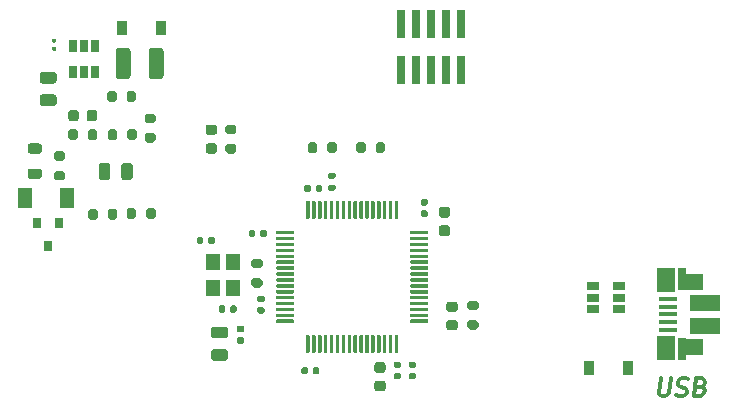
<source format=gbr>
%TF.GenerationSoftware,KiCad,Pcbnew,(5.1.9)-1*%
%TF.CreationDate,2021-03-02T22:26:18+05:30*%
%TF.ProjectId,STM32F4,53544d33-3246-4342-9e6b-696361645f70,rev?*%
%TF.SameCoordinates,Original*%
%TF.FileFunction,Paste,Top*%
%TF.FilePolarity,Positive*%
%FSLAX46Y46*%
G04 Gerber Fmt 4.6, Leading zero omitted, Abs format (unit mm)*
G04 Created by KiCad (PCBNEW (5.1.9)-1) date 2021-03-02 22:26:18*
%MOMM*%
%LPD*%
G01*
G04 APERTURE LIST*
%ADD10C,0.300000*%
%ADD11R,0.740000X2.400000*%
%ADD12R,0.800000X0.900000*%
%ADD13R,0.650000X1.060000*%
%ADD14R,1.060000X0.650000*%
%ADD15R,1.200000X1.400000*%
%ADD16R,2.000000X1.350000*%
%ADD17R,0.700000X1.825000*%
%ADD18R,1.500000X2.000000*%
%ADD19R,1.650000X0.400000*%
%ADD20R,2.500000X1.430000*%
%ADD21R,0.900000X1.200000*%
%ADD22R,1.300000X1.700000*%
G04 APERTURE END LIST*
D10*
X89438571Y-59028571D02*
X89286785Y-60242857D01*
X89340357Y-60385714D01*
X89402857Y-60457142D01*
X89536785Y-60528571D01*
X89822500Y-60528571D01*
X89974285Y-60457142D01*
X90054642Y-60385714D01*
X90143928Y-60242857D01*
X90295714Y-59028571D01*
X90760000Y-60457142D02*
X90965357Y-60528571D01*
X91322500Y-60528571D01*
X91474285Y-60457142D01*
X91554642Y-60385714D01*
X91643928Y-60242857D01*
X91661785Y-60100000D01*
X91608214Y-59957142D01*
X91545714Y-59885714D01*
X91411785Y-59814285D01*
X91135000Y-59742857D01*
X91001071Y-59671428D01*
X90938571Y-59600000D01*
X90885000Y-59457142D01*
X90902857Y-59314285D01*
X90992142Y-59171428D01*
X91072500Y-59100000D01*
X91224285Y-59028571D01*
X91581428Y-59028571D01*
X91786785Y-59100000D01*
X92849285Y-59742857D02*
X93054642Y-59814285D01*
X93117142Y-59885714D01*
X93170714Y-60028571D01*
X93143928Y-60242857D01*
X93054642Y-60385714D01*
X92974285Y-60457142D01*
X92822500Y-60528571D01*
X92251071Y-60528571D01*
X92438571Y-59028571D01*
X92938571Y-59028571D01*
X93072500Y-59100000D01*
X93135000Y-59171428D01*
X93188571Y-59314285D01*
X93170714Y-59457142D01*
X93081428Y-59600000D01*
X93001071Y-59671428D01*
X92849285Y-59742857D01*
X92349285Y-59742857D01*
%TO.C,U3*%
G36*
G01*
X59436500Y-45481500D02*
X59436500Y-44081500D01*
G75*
G02*
X59511500Y-44006500I75000J0D01*
G01*
X59661500Y-44006500D01*
G75*
G02*
X59736500Y-44081500I0J-75000D01*
G01*
X59736500Y-45481500D01*
G75*
G02*
X59661500Y-45556500I-75000J0D01*
G01*
X59511500Y-45556500D01*
G75*
G02*
X59436500Y-45481500I0J75000D01*
G01*
G37*
G36*
G01*
X59936500Y-45481500D02*
X59936500Y-44081500D01*
G75*
G02*
X60011500Y-44006500I75000J0D01*
G01*
X60161500Y-44006500D01*
G75*
G02*
X60236500Y-44081500I0J-75000D01*
G01*
X60236500Y-45481500D01*
G75*
G02*
X60161500Y-45556500I-75000J0D01*
G01*
X60011500Y-45556500D01*
G75*
G02*
X59936500Y-45481500I0J75000D01*
G01*
G37*
G36*
G01*
X60436500Y-45481500D02*
X60436500Y-44081500D01*
G75*
G02*
X60511500Y-44006500I75000J0D01*
G01*
X60661500Y-44006500D01*
G75*
G02*
X60736500Y-44081500I0J-75000D01*
G01*
X60736500Y-45481500D01*
G75*
G02*
X60661500Y-45556500I-75000J0D01*
G01*
X60511500Y-45556500D01*
G75*
G02*
X60436500Y-45481500I0J75000D01*
G01*
G37*
G36*
G01*
X60936500Y-45481500D02*
X60936500Y-44081500D01*
G75*
G02*
X61011500Y-44006500I75000J0D01*
G01*
X61161500Y-44006500D01*
G75*
G02*
X61236500Y-44081500I0J-75000D01*
G01*
X61236500Y-45481500D01*
G75*
G02*
X61161500Y-45556500I-75000J0D01*
G01*
X61011500Y-45556500D01*
G75*
G02*
X60936500Y-45481500I0J75000D01*
G01*
G37*
G36*
G01*
X61436500Y-45481500D02*
X61436500Y-44081500D01*
G75*
G02*
X61511500Y-44006500I75000J0D01*
G01*
X61661500Y-44006500D01*
G75*
G02*
X61736500Y-44081500I0J-75000D01*
G01*
X61736500Y-45481500D01*
G75*
G02*
X61661500Y-45556500I-75000J0D01*
G01*
X61511500Y-45556500D01*
G75*
G02*
X61436500Y-45481500I0J75000D01*
G01*
G37*
G36*
G01*
X61936500Y-45481500D02*
X61936500Y-44081500D01*
G75*
G02*
X62011500Y-44006500I75000J0D01*
G01*
X62161500Y-44006500D01*
G75*
G02*
X62236500Y-44081500I0J-75000D01*
G01*
X62236500Y-45481500D01*
G75*
G02*
X62161500Y-45556500I-75000J0D01*
G01*
X62011500Y-45556500D01*
G75*
G02*
X61936500Y-45481500I0J75000D01*
G01*
G37*
G36*
G01*
X62436500Y-45481500D02*
X62436500Y-44081500D01*
G75*
G02*
X62511500Y-44006500I75000J0D01*
G01*
X62661500Y-44006500D01*
G75*
G02*
X62736500Y-44081500I0J-75000D01*
G01*
X62736500Y-45481500D01*
G75*
G02*
X62661500Y-45556500I-75000J0D01*
G01*
X62511500Y-45556500D01*
G75*
G02*
X62436500Y-45481500I0J75000D01*
G01*
G37*
G36*
G01*
X62936500Y-45481500D02*
X62936500Y-44081500D01*
G75*
G02*
X63011500Y-44006500I75000J0D01*
G01*
X63161500Y-44006500D01*
G75*
G02*
X63236500Y-44081500I0J-75000D01*
G01*
X63236500Y-45481500D01*
G75*
G02*
X63161500Y-45556500I-75000J0D01*
G01*
X63011500Y-45556500D01*
G75*
G02*
X62936500Y-45481500I0J75000D01*
G01*
G37*
G36*
G01*
X63436500Y-45481500D02*
X63436500Y-44081500D01*
G75*
G02*
X63511500Y-44006500I75000J0D01*
G01*
X63661500Y-44006500D01*
G75*
G02*
X63736500Y-44081500I0J-75000D01*
G01*
X63736500Y-45481500D01*
G75*
G02*
X63661500Y-45556500I-75000J0D01*
G01*
X63511500Y-45556500D01*
G75*
G02*
X63436500Y-45481500I0J75000D01*
G01*
G37*
G36*
G01*
X63936500Y-45481500D02*
X63936500Y-44081500D01*
G75*
G02*
X64011500Y-44006500I75000J0D01*
G01*
X64161500Y-44006500D01*
G75*
G02*
X64236500Y-44081500I0J-75000D01*
G01*
X64236500Y-45481500D01*
G75*
G02*
X64161500Y-45556500I-75000J0D01*
G01*
X64011500Y-45556500D01*
G75*
G02*
X63936500Y-45481500I0J75000D01*
G01*
G37*
G36*
G01*
X64436500Y-45481500D02*
X64436500Y-44081500D01*
G75*
G02*
X64511500Y-44006500I75000J0D01*
G01*
X64661500Y-44006500D01*
G75*
G02*
X64736500Y-44081500I0J-75000D01*
G01*
X64736500Y-45481500D01*
G75*
G02*
X64661500Y-45556500I-75000J0D01*
G01*
X64511500Y-45556500D01*
G75*
G02*
X64436500Y-45481500I0J75000D01*
G01*
G37*
G36*
G01*
X64936500Y-45481500D02*
X64936500Y-44081500D01*
G75*
G02*
X65011500Y-44006500I75000J0D01*
G01*
X65161500Y-44006500D01*
G75*
G02*
X65236500Y-44081500I0J-75000D01*
G01*
X65236500Y-45481500D01*
G75*
G02*
X65161500Y-45556500I-75000J0D01*
G01*
X65011500Y-45556500D01*
G75*
G02*
X64936500Y-45481500I0J75000D01*
G01*
G37*
G36*
G01*
X65436500Y-45481500D02*
X65436500Y-44081500D01*
G75*
G02*
X65511500Y-44006500I75000J0D01*
G01*
X65661500Y-44006500D01*
G75*
G02*
X65736500Y-44081500I0J-75000D01*
G01*
X65736500Y-45481500D01*
G75*
G02*
X65661500Y-45556500I-75000J0D01*
G01*
X65511500Y-45556500D01*
G75*
G02*
X65436500Y-45481500I0J75000D01*
G01*
G37*
G36*
G01*
X65936500Y-45481500D02*
X65936500Y-44081500D01*
G75*
G02*
X66011500Y-44006500I75000J0D01*
G01*
X66161500Y-44006500D01*
G75*
G02*
X66236500Y-44081500I0J-75000D01*
G01*
X66236500Y-45481500D01*
G75*
G02*
X66161500Y-45556500I-75000J0D01*
G01*
X66011500Y-45556500D01*
G75*
G02*
X65936500Y-45481500I0J75000D01*
G01*
G37*
G36*
G01*
X66436500Y-45481500D02*
X66436500Y-44081500D01*
G75*
G02*
X66511500Y-44006500I75000J0D01*
G01*
X66661500Y-44006500D01*
G75*
G02*
X66736500Y-44081500I0J-75000D01*
G01*
X66736500Y-45481500D01*
G75*
G02*
X66661500Y-45556500I-75000J0D01*
G01*
X66511500Y-45556500D01*
G75*
G02*
X66436500Y-45481500I0J75000D01*
G01*
G37*
G36*
G01*
X66936500Y-45481500D02*
X66936500Y-44081500D01*
G75*
G02*
X67011500Y-44006500I75000J0D01*
G01*
X67161500Y-44006500D01*
G75*
G02*
X67236500Y-44081500I0J-75000D01*
G01*
X67236500Y-45481500D01*
G75*
G02*
X67161500Y-45556500I-75000J0D01*
G01*
X67011500Y-45556500D01*
G75*
G02*
X66936500Y-45481500I0J75000D01*
G01*
G37*
G36*
G01*
X68236500Y-46781500D02*
X68236500Y-46631500D01*
G75*
G02*
X68311500Y-46556500I75000J0D01*
G01*
X69711500Y-46556500D01*
G75*
G02*
X69786500Y-46631500I0J-75000D01*
G01*
X69786500Y-46781500D01*
G75*
G02*
X69711500Y-46856500I-75000J0D01*
G01*
X68311500Y-46856500D01*
G75*
G02*
X68236500Y-46781500I0J75000D01*
G01*
G37*
G36*
G01*
X68236500Y-47281500D02*
X68236500Y-47131500D01*
G75*
G02*
X68311500Y-47056500I75000J0D01*
G01*
X69711500Y-47056500D01*
G75*
G02*
X69786500Y-47131500I0J-75000D01*
G01*
X69786500Y-47281500D01*
G75*
G02*
X69711500Y-47356500I-75000J0D01*
G01*
X68311500Y-47356500D01*
G75*
G02*
X68236500Y-47281500I0J75000D01*
G01*
G37*
G36*
G01*
X68236500Y-47781500D02*
X68236500Y-47631500D01*
G75*
G02*
X68311500Y-47556500I75000J0D01*
G01*
X69711500Y-47556500D01*
G75*
G02*
X69786500Y-47631500I0J-75000D01*
G01*
X69786500Y-47781500D01*
G75*
G02*
X69711500Y-47856500I-75000J0D01*
G01*
X68311500Y-47856500D01*
G75*
G02*
X68236500Y-47781500I0J75000D01*
G01*
G37*
G36*
G01*
X68236500Y-48281500D02*
X68236500Y-48131500D01*
G75*
G02*
X68311500Y-48056500I75000J0D01*
G01*
X69711500Y-48056500D01*
G75*
G02*
X69786500Y-48131500I0J-75000D01*
G01*
X69786500Y-48281500D01*
G75*
G02*
X69711500Y-48356500I-75000J0D01*
G01*
X68311500Y-48356500D01*
G75*
G02*
X68236500Y-48281500I0J75000D01*
G01*
G37*
G36*
G01*
X68236500Y-48781500D02*
X68236500Y-48631500D01*
G75*
G02*
X68311500Y-48556500I75000J0D01*
G01*
X69711500Y-48556500D01*
G75*
G02*
X69786500Y-48631500I0J-75000D01*
G01*
X69786500Y-48781500D01*
G75*
G02*
X69711500Y-48856500I-75000J0D01*
G01*
X68311500Y-48856500D01*
G75*
G02*
X68236500Y-48781500I0J75000D01*
G01*
G37*
G36*
G01*
X68236500Y-49281500D02*
X68236500Y-49131500D01*
G75*
G02*
X68311500Y-49056500I75000J0D01*
G01*
X69711500Y-49056500D01*
G75*
G02*
X69786500Y-49131500I0J-75000D01*
G01*
X69786500Y-49281500D01*
G75*
G02*
X69711500Y-49356500I-75000J0D01*
G01*
X68311500Y-49356500D01*
G75*
G02*
X68236500Y-49281500I0J75000D01*
G01*
G37*
G36*
G01*
X68236500Y-49781500D02*
X68236500Y-49631500D01*
G75*
G02*
X68311500Y-49556500I75000J0D01*
G01*
X69711500Y-49556500D01*
G75*
G02*
X69786500Y-49631500I0J-75000D01*
G01*
X69786500Y-49781500D01*
G75*
G02*
X69711500Y-49856500I-75000J0D01*
G01*
X68311500Y-49856500D01*
G75*
G02*
X68236500Y-49781500I0J75000D01*
G01*
G37*
G36*
G01*
X68236500Y-50281500D02*
X68236500Y-50131500D01*
G75*
G02*
X68311500Y-50056500I75000J0D01*
G01*
X69711500Y-50056500D01*
G75*
G02*
X69786500Y-50131500I0J-75000D01*
G01*
X69786500Y-50281500D01*
G75*
G02*
X69711500Y-50356500I-75000J0D01*
G01*
X68311500Y-50356500D01*
G75*
G02*
X68236500Y-50281500I0J75000D01*
G01*
G37*
G36*
G01*
X68236500Y-50781500D02*
X68236500Y-50631500D01*
G75*
G02*
X68311500Y-50556500I75000J0D01*
G01*
X69711500Y-50556500D01*
G75*
G02*
X69786500Y-50631500I0J-75000D01*
G01*
X69786500Y-50781500D01*
G75*
G02*
X69711500Y-50856500I-75000J0D01*
G01*
X68311500Y-50856500D01*
G75*
G02*
X68236500Y-50781500I0J75000D01*
G01*
G37*
G36*
G01*
X68236500Y-51281500D02*
X68236500Y-51131500D01*
G75*
G02*
X68311500Y-51056500I75000J0D01*
G01*
X69711500Y-51056500D01*
G75*
G02*
X69786500Y-51131500I0J-75000D01*
G01*
X69786500Y-51281500D01*
G75*
G02*
X69711500Y-51356500I-75000J0D01*
G01*
X68311500Y-51356500D01*
G75*
G02*
X68236500Y-51281500I0J75000D01*
G01*
G37*
G36*
G01*
X68236500Y-51781500D02*
X68236500Y-51631500D01*
G75*
G02*
X68311500Y-51556500I75000J0D01*
G01*
X69711500Y-51556500D01*
G75*
G02*
X69786500Y-51631500I0J-75000D01*
G01*
X69786500Y-51781500D01*
G75*
G02*
X69711500Y-51856500I-75000J0D01*
G01*
X68311500Y-51856500D01*
G75*
G02*
X68236500Y-51781500I0J75000D01*
G01*
G37*
G36*
G01*
X68236500Y-52281500D02*
X68236500Y-52131500D01*
G75*
G02*
X68311500Y-52056500I75000J0D01*
G01*
X69711500Y-52056500D01*
G75*
G02*
X69786500Y-52131500I0J-75000D01*
G01*
X69786500Y-52281500D01*
G75*
G02*
X69711500Y-52356500I-75000J0D01*
G01*
X68311500Y-52356500D01*
G75*
G02*
X68236500Y-52281500I0J75000D01*
G01*
G37*
G36*
G01*
X68236500Y-52781500D02*
X68236500Y-52631500D01*
G75*
G02*
X68311500Y-52556500I75000J0D01*
G01*
X69711500Y-52556500D01*
G75*
G02*
X69786500Y-52631500I0J-75000D01*
G01*
X69786500Y-52781500D01*
G75*
G02*
X69711500Y-52856500I-75000J0D01*
G01*
X68311500Y-52856500D01*
G75*
G02*
X68236500Y-52781500I0J75000D01*
G01*
G37*
G36*
G01*
X68236500Y-53281500D02*
X68236500Y-53131500D01*
G75*
G02*
X68311500Y-53056500I75000J0D01*
G01*
X69711500Y-53056500D01*
G75*
G02*
X69786500Y-53131500I0J-75000D01*
G01*
X69786500Y-53281500D01*
G75*
G02*
X69711500Y-53356500I-75000J0D01*
G01*
X68311500Y-53356500D01*
G75*
G02*
X68236500Y-53281500I0J75000D01*
G01*
G37*
G36*
G01*
X68236500Y-53781500D02*
X68236500Y-53631500D01*
G75*
G02*
X68311500Y-53556500I75000J0D01*
G01*
X69711500Y-53556500D01*
G75*
G02*
X69786500Y-53631500I0J-75000D01*
G01*
X69786500Y-53781500D01*
G75*
G02*
X69711500Y-53856500I-75000J0D01*
G01*
X68311500Y-53856500D01*
G75*
G02*
X68236500Y-53781500I0J75000D01*
G01*
G37*
G36*
G01*
X68236500Y-54281500D02*
X68236500Y-54131500D01*
G75*
G02*
X68311500Y-54056500I75000J0D01*
G01*
X69711500Y-54056500D01*
G75*
G02*
X69786500Y-54131500I0J-75000D01*
G01*
X69786500Y-54281500D01*
G75*
G02*
X69711500Y-54356500I-75000J0D01*
G01*
X68311500Y-54356500D01*
G75*
G02*
X68236500Y-54281500I0J75000D01*
G01*
G37*
G36*
G01*
X66936500Y-56831500D02*
X66936500Y-55431500D01*
G75*
G02*
X67011500Y-55356500I75000J0D01*
G01*
X67161500Y-55356500D01*
G75*
G02*
X67236500Y-55431500I0J-75000D01*
G01*
X67236500Y-56831500D01*
G75*
G02*
X67161500Y-56906500I-75000J0D01*
G01*
X67011500Y-56906500D01*
G75*
G02*
X66936500Y-56831500I0J75000D01*
G01*
G37*
G36*
G01*
X66436500Y-56831500D02*
X66436500Y-55431500D01*
G75*
G02*
X66511500Y-55356500I75000J0D01*
G01*
X66661500Y-55356500D01*
G75*
G02*
X66736500Y-55431500I0J-75000D01*
G01*
X66736500Y-56831500D01*
G75*
G02*
X66661500Y-56906500I-75000J0D01*
G01*
X66511500Y-56906500D01*
G75*
G02*
X66436500Y-56831500I0J75000D01*
G01*
G37*
G36*
G01*
X65936500Y-56831500D02*
X65936500Y-55431500D01*
G75*
G02*
X66011500Y-55356500I75000J0D01*
G01*
X66161500Y-55356500D01*
G75*
G02*
X66236500Y-55431500I0J-75000D01*
G01*
X66236500Y-56831500D01*
G75*
G02*
X66161500Y-56906500I-75000J0D01*
G01*
X66011500Y-56906500D01*
G75*
G02*
X65936500Y-56831500I0J75000D01*
G01*
G37*
G36*
G01*
X65436500Y-56831500D02*
X65436500Y-55431500D01*
G75*
G02*
X65511500Y-55356500I75000J0D01*
G01*
X65661500Y-55356500D01*
G75*
G02*
X65736500Y-55431500I0J-75000D01*
G01*
X65736500Y-56831500D01*
G75*
G02*
X65661500Y-56906500I-75000J0D01*
G01*
X65511500Y-56906500D01*
G75*
G02*
X65436500Y-56831500I0J75000D01*
G01*
G37*
G36*
G01*
X64936500Y-56831500D02*
X64936500Y-55431500D01*
G75*
G02*
X65011500Y-55356500I75000J0D01*
G01*
X65161500Y-55356500D01*
G75*
G02*
X65236500Y-55431500I0J-75000D01*
G01*
X65236500Y-56831500D01*
G75*
G02*
X65161500Y-56906500I-75000J0D01*
G01*
X65011500Y-56906500D01*
G75*
G02*
X64936500Y-56831500I0J75000D01*
G01*
G37*
G36*
G01*
X64436500Y-56831500D02*
X64436500Y-55431500D01*
G75*
G02*
X64511500Y-55356500I75000J0D01*
G01*
X64661500Y-55356500D01*
G75*
G02*
X64736500Y-55431500I0J-75000D01*
G01*
X64736500Y-56831500D01*
G75*
G02*
X64661500Y-56906500I-75000J0D01*
G01*
X64511500Y-56906500D01*
G75*
G02*
X64436500Y-56831500I0J75000D01*
G01*
G37*
G36*
G01*
X63936500Y-56831500D02*
X63936500Y-55431500D01*
G75*
G02*
X64011500Y-55356500I75000J0D01*
G01*
X64161500Y-55356500D01*
G75*
G02*
X64236500Y-55431500I0J-75000D01*
G01*
X64236500Y-56831500D01*
G75*
G02*
X64161500Y-56906500I-75000J0D01*
G01*
X64011500Y-56906500D01*
G75*
G02*
X63936500Y-56831500I0J75000D01*
G01*
G37*
G36*
G01*
X63436500Y-56831500D02*
X63436500Y-55431500D01*
G75*
G02*
X63511500Y-55356500I75000J0D01*
G01*
X63661500Y-55356500D01*
G75*
G02*
X63736500Y-55431500I0J-75000D01*
G01*
X63736500Y-56831500D01*
G75*
G02*
X63661500Y-56906500I-75000J0D01*
G01*
X63511500Y-56906500D01*
G75*
G02*
X63436500Y-56831500I0J75000D01*
G01*
G37*
G36*
G01*
X62936500Y-56831500D02*
X62936500Y-55431500D01*
G75*
G02*
X63011500Y-55356500I75000J0D01*
G01*
X63161500Y-55356500D01*
G75*
G02*
X63236500Y-55431500I0J-75000D01*
G01*
X63236500Y-56831500D01*
G75*
G02*
X63161500Y-56906500I-75000J0D01*
G01*
X63011500Y-56906500D01*
G75*
G02*
X62936500Y-56831500I0J75000D01*
G01*
G37*
G36*
G01*
X62436500Y-56831500D02*
X62436500Y-55431500D01*
G75*
G02*
X62511500Y-55356500I75000J0D01*
G01*
X62661500Y-55356500D01*
G75*
G02*
X62736500Y-55431500I0J-75000D01*
G01*
X62736500Y-56831500D01*
G75*
G02*
X62661500Y-56906500I-75000J0D01*
G01*
X62511500Y-56906500D01*
G75*
G02*
X62436500Y-56831500I0J75000D01*
G01*
G37*
G36*
G01*
X61936500Y-56831500D02*
X61936500Y-55431500D01*
G75*
G02*
X62011500Y-55356500I75000J0D01*
G01*
X62161500Y-55356500D01*
G75*
G02*
X62236500Y-55431500I0J-75000D01*
G01*
X62236500Y-56831500D01*
G75*
G02*
X62161500Y-56906500I-75000J0D01*
G01*
X62011500Y-56906500D01*
G75*
G02*
X61936500Y-56831500I0J75000D01*
G01*
G37*
G36*
G01*
X61436500Y-56831500D02*
X61436500Y-55431500D01*
G75*
G02*
X61511500Y-55356500I75000J0D01*
G01*
X61661500Y-55356500D01*
G75*
G02*
X61736500Y-55431500I0J-75000D01*
G01*
X61736500Y-56831500D01*
G75*
G02*
X61661500Y-56906500I-75000J0D01*
G01*
X61511500Y-56906500D01*
G75*
G02*
X61436500Y-56831500I0J75000D01*
G01*
G37*
G36*
G01*
X60936500Y-56831500D02*
X60936500Y-55431500D01*
G75*
G02*
X61011500Y-55356500I75000J0D01*
G01*
X61161500Y-55356500D01*
G75*
G02*
X61236500Y-55431500I0J-75000D01*
G01*
X61236500Y-56831500D01*
G75*
G02*
X61161500Y-56906500I-75000J0D01*
G01*
X61011500Y-56906500D01*
G75*
G02*
X60936500Y-56831500I0J75000D01*
G01*
G37*
G36*
G01*
X60436500Y-56831500D02*
X60436500Y-55431500D01*
G75*
G02*
X60511500Y-55356500I75000J0D01*
G01*
X60661500Y-55356500D01*
G75*
G02*
X60736500Y-55431500I0J-75000D01*
G01*
X60736500Y-56831500D01*
G75*
G02*
X60661500Y-56906500I-75000J0D01*
G01*
X60511500Y-56906500D01*
G75*
G02*
X60436500Y-56831500I0J75000D01*
G01*
G37*
G36*
G01*
X59936500Y-56831500D02*
X59936500Y-55431500D01*
G75*
G02*
X60011500Y-55356500I75000J0D01*
G01*
X60161500Y-55356500D01*
G75*
G02*
X60236500Y-55431500I0J-75000D01*
G01*
X60236500Y-56831500D01*
G75*
G02*
X60161500Y-56906500I-75000J0D01*
G01*
X60011500Y-56906500D01*
G75*
G02*
X59936500Y-56831500I0J75000D01*
G01*
G37*
G36*
G01*
X59436500Y-56831500D02*
X59436500Y-55431500D01*
G75*
G02*
X59511500Y-55356500I75000J0D01*
G01*
X59661500Y-55356500D01*
G75*
G02*
X59736500Y-55431500I0J-75000D01*
G01*
X59736500Y-56831500D01*
G75*
G02*
X59661500Y-56906500I-75000J0D01*
G01*
X59511500Y-56906500D01*
G75*
G02*
X59436500Y-56831500I0J75000D01*
G01*
G37*
G36*
G01*
X56886500Y-54281500D02*
X56886500Y-54131500D01*
G75*
G02*
X56961500Y-54056500I75000J0D01*
G01*
X58361500Y-54056500D01*
G75*
G02*
X58436500Y-54131500I0J-75000D01*
G01*
X58436500Y-54281500D01*
G75*
G02*
X58361500Y-54356500I-75000J0D01*
G01*
X56961500Y-54356500D01*
G75*
G02*
X56886500Y-54281500I0J75000D01*
G01*
G37*
G36*
G01*
X56886500Y-53781500D02*
X56886500Y-53631500D01*
G75*
G02*
X56961500Y-53556500I75000J0D01*
G01*
X58361500Y-53556500D01*
G75*
G02*
X58436500Y-53631500I0J-75000D01*
G01*
X58436500Y-53781500D01*
G75*
G02*
X58361500Y-53856500I-75000J0D01*
G01*
X56961500Y-53856500D01*
G75*
G02*
X56886500Y-53781500I0J75000D01*
G01*
G37*
G36*
G01*
X56886500Y-53281500D02*
X56886500Y-53131500D01*
G75*
G02*
X56961500Y-53056500I75000J0D01*
G01*
X58361500Y-53056500D01*
G75*
G02*
X58436500Y-53131500I0J-75000D01*
G01*
X58436500Y-53281500D01*
G75*
G02*
X58361500Y-53356500I-75000J0D01*
G01*
X56961500Y-53356500D01*
G75*
G02*
X56886500Y-53281500I0J75000D01*
G01*
G37*
G36*
G01*
X56886500Y-52781500D02*
X56886500Y-52631500D01*
G75*
G02*
X56961500Y-52556500I75000J0D01*
G01*
X58361500Y-52556500D01*
G75*
G02*
X58436500Y-52631500I0J-75000D01*
G01*
X58436500Y-52781500D01*
G75*
G02*
X58361500Y-52856500I-75000J0D01*
G01*
X56961500Y-52856500D01*
G75*
G02*
X56886500Y-52781500I0J75000D01*
G01*
G37*
G36*
G01*
X56886500Y-52281500D02*
X56886500Y-52131500D01*
G75*
G02*
X56961500Y-52056500I75000J0D01*
G01*
X58361500Y-52056500D01*
G75*
G02*
X58436500Y-52131500I0J-75000D01*
G01*
X58436500Y-52281500D01*
G75*
G02*
X58361500Y-52356500I-75000J0D01*
G01*
X56961500Y-52356500D01*
G75*
G02*
X56886500Y-52281500I0J75000D01*
G01*
G37*
G36*
G01*
X56886500Y-51781500D02*
X56886500Y-51631500D01*
G75*
G02*
X56961500Y-51556500I75000J0D01*
G01*
X58361500Y-51556500D01*
G75*
G02*
X58436500Y-51631500I0J-75000D01*
G01*
X58436500Y-51781500D01*
G75*
G02*
X58361500Y-51856500I-75000J0D01*
G01*
X56961500Y-51856500D01*
G75*
G02*
X56886500Y-51781500I0J75000D01*
G01*
G37*
G36*
G01*
X56886500Y-51281500D02*
X56886500Y-51131500D01*
G75*
G02*
X56961500Y-51056500I75000J0D01*
G01*
X58361500Y-51056500D01*
G75*
G02*
X58436500Y-51131500I0J-75000D01*
G01*
X58436500Y-51281500D01*
G75*
G02*
X58361500Y-51356500I-75000J0D01*
G01*
X56961500Y-51356500D01*
G75*
G02*
X56886500Y-51281500I0J75000D01*
G01*
G37*
G36*
G01*
X56886500Y-50781500D02*
X56886500Y-50631500D01*
G75*
G02*
X56961500Y-50556500I75000J0D01*
G01*
X58361500Y-50556500D01*
G75*
G02*
X58436500Y-50631500I0J-75000D01*
G01*
X58436500Y-50781500D01*
G75*
G02*
X58361500Y-50856500I-75000J0D01*
G01*
X56961500Y-50856500D01*
G75*
G02*
X56886500Y-50781500I0J75000D01*
G01*
G37*
G36*
G01*
X56886500Y-50281500D02*
X56886500Y-50131500D01*
G75*
G02*
X56961500Y-50056500I75000J0D01*
G01*
X58361500Y-50056500D01*
G75*
G02*
X58436500Y-50131500I0J-75000D01*
G01*
X58436500Y-50281500D01*
G75*
G02*
X58361500Y-50356500I-75000J0D01*
G01*
X56961500Y-50356500D01*
G75*
G02*
X56886500Y-50281500I0J75000D01*
G01*
G37*
G36*
G01*
X56886500Y-49781500D02*
X56886500Y-49631500D01*
G75*
G02*
X56961500Y-49556500I75000J0D01*
G01*
X58361500Y-49556500D01*
G75*
G02*
X58436500Y-49631500I0J-75000D01*
G01*
X58436500Y-49781500D01*
G75*
G02*
X58361500Y-49856500I-75000J0D01*
G01*
X56961500Y-49856500D01*
G75*
G02*
X56886500Y-49781500I0J75000D01*
G01*
G37*
G36*
G01*
X56886500Y-49281500D02*
X56886500Y-49131500D01*
G75*
G02*
X56961500Y-49056500I75000J0D01*
G01*
X58361500Y-49056500D01*
G75*
G02*
X58436500Y-49131500I0J-75000D01*
G01*
X58436500Y-49281500D01*
G75*
G02*
X58361500Y-49356500I-75000J0D01*
G01*
X56961500Y-49356500D01*
G75*
G02*
X56886500Y-49281500I0J75000D01*
G01*
G37*
G36*
G01*
X56886500Y-48781500D02*
X56886500Y-48631500D01*
G75*
G02*
X56961500Y-48556500I75000J0D01*
G01*
X58361500Y-48556500D01*
G75*
G02*
X58436500Y-48631500I0J-75000D01*
G01*
X58436500Y-48781500D01*
G75*
G02*
X58361500Y-48856500I-75000J0D01*
G01*
X56961500Y-48856500D01*
G75*
G02*
X56886500Y-48781500I0J75000D01*
G01*
G37*
G36*
G01*
X56886500Y-48281500D02*
X56886500Y-48131500D01*
G75*
G02*
X56961500Y-48056500I75000J0D01*
G01*
X58361500Y-48056500D01*
G75*
G02*
X58436500Y-48131500I0J-75000D01*
G01*
X58436500Y-48281500D01*
G75*
G02*
X58361500Y-48356500I-75000J0D01*
G01*
X56961500Y-48356500D01*
G75*
G02*
X56886500Y-48281500I0J75000D01*
G01*
G37*
G36*
G01*
X56886500Y-47781500D02*
X56886500Y-47631500D01*
G75*
G02*
X56961500Y-47556500I75000J0D01*
G01*
X58361500Y-47556500D01*
G75*
G02*
X58436500Y-47631500I0J-75000D01*
G01*
X58436500Y-47781500D01*
G75*
G02*
X58361500Y-47856500I-75000J0D01*
G01*
X56961500Y-47856500D01*
G75*
G02*
X56886500Y-47781500I0J75000D01*
G01*
G37*
G36*
G01*
X56886500Y-47281500D02*
X56886500Y-47131500D01*
G75*
G02*
X56961500Y-47056500I75000J0D01*
G01*
X58361500Y-47056500D01*
G75*
G02*
X58436500Y-47131500I0J-75000D01*
G01*
X58436500Y-47281500D01*
G75*
G02*
X58361500Y-47356500I-75000J0D01*
G01*
X56961500Y-47356500D01*
G75*
G02*
X56886500Y-47281500I0J75000D01*
G01*
G37*
G36*
G01*
X56886500Y-46781500D02*
X56886500Y-46631500D01*
G75*
G02*
X56961500Y-46556500I75000J0D01*
G01*
X58361500Y-46556500D01*
G75*
G02*
X58436500Y-46631500I0J-75000D01*
G01*
X58436500Y-46781500D01*
G75*
G02*
X58361500Y-46856500I-75000J0D01*
G01*
X56961500Y-46856500D01*
G75*
G02*
X56886500Y-46781500I0J75000D01*
G01*
G37*
%TD*%
%TO.C,C12*%
G36*
G01*
X55770000Y-52600000D02*
X55430000Y-52600000D01*
G75*
G02*
X55290000Y-52460000I0J140000D01*
G01*
X55290000Y-52180000D01*
G75*
G02*
X55430000Y-52040000I140000J0D01*
G01*
X55770000Y-52040000D01*
G75*
G02*
X55910000Y-52180000I0J-140000D01*
G01*
X55910000Y-52460000D01*
G75*
G02*
X55770000Y-52600000I-140000J0D01*
G01*
G37*
G36*
G01*
X55770000Y-53560000D02*
X55430000Y-53560000D01*
G75*
G02*
X55290000Y-53420000I0J140000D01*
G01*
X55290000Y-53140000D01*
G75*
G02*
X55430000Y-53000000I140000J0D01*
G01*
X55770000Y-53000000D01*
G75*
G02*
X55910000Y-53140000I0J-140000D01*
G01*
X55910000Y-53420000D01*
G75*
G02*
X55770000Y-53560000I-140000J0D01*
G01*
G37*
%TD*%
%TO.C,C2*%
G36*
G01*
X40188000Y-36550000D02*
X40188000Y-37050000D01*
G75*
G02*
X39963000Y-37275000I-225000J0D01*
G01*
X39513000Y-37275000D01*
G75*
G02*
X39288000Y-37050000I0J225000D01*
G01*
X39288000Y-36550000D01*
G75*
G02*
X39513000Y-36325000I225000J0D01*
G01*
X39963000Y-36325000D01*
G75*
G02*
X40188000Y-36550000I0J-225000D01*
G01*
G37*
G36*
G01*
X41738000Y-36550000D02*
X41738000Y-37050000D01*
G75*
G02*
X41513000Y-37275000I-225000J0D01*
G01*
X41063000Y-37275000D01*
G75*
G02*
X40838000Y-37050000I0J225000D01*
G01*
X40838000Y-36550000D01*
G75*
G02*
X41063000Y-36325000I225000J0D01*
G01*
X41513000Y-36325000D01*
G75*
G02*
X41738000Y-36550000I0J-225000D01*
G01*
G37*
%TD*%
%TO.C,R4*%
G36*
G01*
X44240000Y-35454000D02*
X44240000Y-34904000D01*
G75*
G02*
X44440000Y-34704000I200000J0D01*
G01*
X44840000Y-34704000D01*
G75*
G02*
X45040000Y-34904000I0J-200000D01*
G01*
X45040000Y-35454000D01*
G75*
G02*
X44840000Y-35654000I-200000J0D01*
G01*
X44440000Y-35654000D01*
G75*
G02*
X44240000Y-35454000I0J200000D01*
G01*
G37*
G36*
G01*
X42590000Y-35454000D02*
X42590000Y-34904000D01*
G75*
G02*
X42790000Y-34704000I200000J0D01*
G01*
X43190000Y-34704000D01*
G75*
G02*
X43390000Y-34904000I0J-200000D01*
G01*
X43390000Y-35454000D01*
G75*
G02*
X43190000Y-35654000I-200000J0D01*
G01*
X42790000Y-35654000D01*
G75*
G02*
X42590000Y-35454000I0J200000D01*
G01*
G37*
%TD*%
%TO.C,R3*%
G36*
G01*
X44304000Y-38692500D02*
X44304000Y-38142500D01*
G75*
G02*
X44504000Y-37942500I200000J0D01*
G01*
X44904000Y-37942500D01*
G75*
G02*
X45104000Y-38142500I0J-200000D01*
G01*
X45104000Y-38692500D01*
G75*
G02*
X44904000Y-38892500I-200000J0D01*
G01*
X44504000Y-38892500D01*
G75*
G02*
X44304000Y-38692500I0J200000D01*
G01*
G37*
G36*
G01*
X42654000Y-38692500D02*
X42654000Y-38142500D01*
G75*
G02*
X42854000Y-37942500I200000J0D01*
G01*
X43254000Y-37942500D01*
G75*
G02*
X43454000Y-38142500I0J-200000D01*
G01*
X43454000Y-38692500D01*
G75*
G02*
X43254000Y-38892500I-200000J0D01*
G01*
X42854000Y-38892500D01*
G75*
G02*
X42654000Y-38692500I0J200000D01*
G01*
G37*
%TD*%
%TO.C,R2*%
G36*
G01*
X41003000Y-45423500D02*
X41003000Y-44873500D01*
G75*
G02*
X41203000Y-44673500I200000J0D01*
G01*
X41603000Y-44673500D01*
G75*
G02*
X41803000Y-44873500I0J-200000D01*
G01*
X41803000Y-45423500D01*
G75*
G02*
X41603000Y-45623500I-200000J0D01*
G01*
X41203000Y-45623500D01*
G75*
G02*
X41003000Y-45423500I0J200000D01*
G01*
G37*
G36*
G01*
X42653000Y-45423500D02*
X42653000Y-44873500D01*
G75*
G02*
X42853000Y-44673500I200000J0D01*
G01*
X43253000Y-44673500D01*
G75*
G02*
X43453000Y-44873500I0J-200000D01*
G01*
X43453000Y-45423500D01*
G75*
G02*
X43253000Y-45623500I-200000J0D01*
G01*
X42853000Y-45623500D01*
G75*
G02*
X42653000Y-45423500I0J200000D01*
G01*
G37*
%TD*%
D11*
%TO.C,J3*%
X72540000Y-29050000D03*
X72540000Y-32950000D03*
X71270000Y-29050000D03*
X71270000Y-32950000D03*
X70000000Y-29050000D03*
X70000000Y-32950000D03*
X68730000Y-29050000D03*
X68730000Y-32950000D03*
X67460000Y-29050000D03*
X67460000Y-32950000D03*
%TD*%
D12*
%TO.C,Q1*%
X37592000Y-47863000D03*
X36642000Y-45863000D03*
X38542000Y-45863000D03*
%TD*%
%TO.C,R13*%
G36*
G01*
X60375000Y-39225000D02*
X60375000Y-39775000D01*
G75*
G02*
X60175000Y-39975000I-200000J0D01*
G01*
X59775000Y-39975000D01*
G75*
G02*
X59575000Y-39775000I0J200000D01*
G01*
X59575000Y-39225000D01*
G75*
G02*
X59775000Y-39025000I200000J0D01*
G01*
X60175000Y-39025000D01*
G75*
G02*
X60375000Y-39225000I0J-200000D01*
G01*
G37*
G36*
G01*
X62025000Y-39225000D02*
X62025000Y-39775000D01*
G75*
G02*
X61825000Y-39975000I-200000J0D01*
G01*
X61425000Y-39975000D01*
G75*
G02*
X61225000Y-39775000I0J200000D01*
G01*
X61225000Y-39225000D01*
G75*
G02*
X61425000Y-39025000I200000J0D01*
G01*
X61825000Y-39025000D01*
G75*
G02*
X62025000Y-39225000I0J-200000D01*
G01*
G37*
%TD*%
D13*
%TO.C,U1*%
X39690000Y-33104000D03*
X40640000Y-33104000D03*
X41590000Y-33104000D03*
X41590000Y-30904000D03*
X39690000Y-30904000D03*
X40640000Y-30904000D03*
%TD*%
%TO.C,R1*%
G36*
G01*
X40088000Y-38142500D02*
X40088000Y-38692500D01*
G75*
G02*
X39888000Y-38892500I-200000J0D01*
G01*
X39488000Y-38892500D01*
G75*
G02*
X39288000Y-38692500I0J200000D01*
G01*
X39288000Y-38142500D01*
G75*
G02*
X39488000Y-37942500I200000J0D01*
G01*
X39888000Y-37942500D01*
G75*
G02*
X40088000Y-38142500I0J-200000D01*
G01*
G37*
G36*
G01*
X41738000Y-38142500D02*
X41738000Y-38692500D01*
G75*
G02*
X41538000Y-38892500I-200000J0D01*
G01*
X41138000Y-38892500D01*
G75*
G02*
X40938000Y-38692500I0J200000D01*
G01*
X40938000Y-38142500D01*
G75*
G02*
X41138000Y-37942500I200000J0D01*
G01*
X41538000Y-37942500D01*
G75*
G02*
X41738000Y-38142500I0J-200000D01*
G01*
G37*
%TD*%
%TO.C,R11*%
G36*
G01*
X55547000Y-49714000D02*
X54997000Y-49714000D01*
G75*
G02*
X54797000Y-49514000I0J200000D01*
G01*
X54797000Y-49114000D01*
G75*
G02*
X54997000Y-48914000I200000J0D01*
G01*
X55547000Y-48914000D01*
G75*
G02*
X55747000Y-49114000I0J-200000D01*
G01*
X55747000Y-49514000D01*
G75*
G02*
X55547000Y-49714000I-200000J0D01*
G01*
G37*
G36*
G01*
X55547000Y-51364000D02*
X54997000Y-51364000D01*
G75*
G02*
X54797000Y-51164000I0J200000D01*
G01*
X54797000Y-50764000D01*
G75*
G02*
X54997000Y-50564000I200000J0D01*
G01*
X55547000Y-50564000D01*
G75*
G02*
X55747000Y-50764000I0J-200000D01*
G01*
X55747000Y-51164000D01*
G75*
G02*
X55547000Y-51364000I-200000J0D01*
G01*
G37*
%TD*%
%TO.C,R10*%
G36*
G01*
X61785000Y-42160000D02*
X61415000Y-42160000D01*
G75*
G02*
X61280000Y-42025000I0J135000D01*
G01*
X61280000Y-41755000D01*
G75*
G02*
X61415000Y-41620000I135000J0D01*
G01*
X61785000Y-41620000D01*
G75*
G02*
X61920000Y-41755000I0J-135000D01*
G01*
X61920000Y-42025000D01*
G75*
G02*
X61785000Y-42160000I-135000J0D01*
G01*
G37*
G36*
G01*
X61785000Y-43180000D02*
X61415000Y-43180000D01*
G75*
G02*
X61280000Y-43045000I0J135000D01*
G01*
X61280000Y-42775000D01*
G75*
G02*
X61415000Y-42640000I135000J0D01*
G01*
X61785000Y-42640000D01*
G75*
G02*
X61920000Y-42775000I0J-135000D01*
G01*
X61920000Y-43045000D01*
G75*
G02*
X61785000Y-43180000I-135000J0D01*
G01*
G37*
%TD*%
D14*
%TO.C,U2*%
X85900000Y-52200000D03*
X85900000Y-51250000D03*
X85900000Y-53150000D03*
X83700000Y-53150000D03*
X83700000Y-52200000D03*
X83700000Y-51250000D03*
%TD*%
%TO.C,R6*%
G36*
G01*
X38819500Y-40628000D02*
X38269500Y-40628000D01*
G75*
G02*
X38069500Y-40428000I0J200000D01*
G01*
X38069500Y-40028000D01*
G75*
G02*
X38269500Y-39828000I200000J0D01*
G01*
X38819500Y-39828000D01*
G75*
G02*
X39019500Y-40028000I0J-200000D01*
G01*
X39019500Y-40428000D01*
G75*
G02*
X38819500Y-40628000I-200000J0D01*
G01*
G37*
G36*
G01*
X38819500Y-42278000D02*
X38269500Y-42278000D01*
G75*
G02*
X38069500Y-42078000I0J200000D01*
G01*
X38069500Y-41678000D01*
G75*
G02*
X38269500Y-41478000I200000J0D01*
G01*
X38819500Y-41478000D01*
G75*
G02*
X39019500Y-41678000I0J-200000D01*
G01*
X39019500Y-42078000D01*
G75*
G02*
X38819500Y-42278000I-200000J0D01*
G01*
G37*
%TD*%
%TO.C,R7*%
G36*
G01*
X44241000Y-45360000D02*
X44241000Y-44810000D01*
G75*
G02*
X44441000Y-44610000I200000J0D01*
G01*
X44841000Y-44610000D01*
G75*
G02*
X45041000Y-44810000I0J-200000D01*
G01*
X45041000Y-45360000D01*
G75*
G02*
X44841000Y-45560000I-200000J0D01*
G01*
X44441000Y-45560000D01*
G75*
G02*
X44241000Y-45360000I0J200000D01*
G01*
G37*
G36*
G01*
X45891000Y-45360000D02*
X45891000Y-44810000D01*
G75*
G02*
X46091000Y-44610000I200000J0D01*
G01*
X46491000Y-44610000D01*
G75*
G02*
X46691000Y-44810000I0J-200000D01*
G01*
X46691000Y-45360000D01*
G75*
G02*
X46491000Y-45560000I-200000J0D01*
G01*
X46091000Y-45560000D01*
G75*
G02*
X45891000Y-45360000I0J200000D01*
G01*
G37*
%TD*%
D15*
%TO.C,Y1*%
X53264500Y-49229500D03*
X53264500Y-51429500D03*
X51564500Y-51429500D03*
X51564500Y-49229500D03*
%TD*%
%TO.C,R9*%
G36*
G01*
X73835000Y-54920000D02*
X73285000Y-54920000D01*
G75*
G02*
X73085000Y-54720000I0J200000D01*
G01*
X73085000Y-54320000D01*
G75*
G02*
X73285000Y-54120000I200000J0D01*
G01*
X73835000Y-54120000D01*
G75*
G02*
X74035000Y-54320000I0J-200000D01*
G01*
X74035000Y-54720000D01*
G75*
G02*
X73835000Y-54920000I-200000J0D01*
G01*
G37*
G36*
G01*
X73835000Y-53270000D02*
X73285000Y-53270000D01*
G75*
G02*
X73085000Y-53070000I0J200000D01*
G01*
X73085000Y-52670000D01*
G75*
G02*
X73285000Y-52470000I200000J0D01*
G01*
X73835000Y-52470000D01*
G75*
G02*
X74035000Y-52670000I0J-200000D01*
G01*
X74035000Y-53070000D01*
G75*
G02*
X73835000Y-53270000I-200000J0D01*
G01*
G37*
%TD*%
%TO.C,L1*%
G36*
G01*
X43314000Y-33460000D02*
X43314000Y-31310000D01*
G75*
G02*
X43564000Y-31060000I250000J0D01*
G01*
X44314000Y-31060000D01*
G75*
G02*
X44564000Y-31310000I0J-250000D01*
G01*
X44564000Y-33460000D01*
G75*
G02*
X44314000Y-33710000I-250000J0D01*
G01*
X43564000Y-33710000D01*
G75*
G02*
X43314000Y-33460000I0J250000D01*
G01*
G37*
G36*
G01*
X46114000Y-33460000D02*
X46114000Y-31310000D01*
G75*
G02*
X46364000Y-31060000I250000J0D01*
G01*
X47114000Y-31060000D01*
G75*
G02*
X47364000Y-31310000I0J-250000D01*
G01*
X47364000Y-33460000D01*
G75*
G02*
X47114000Y-33710000I-250000J0D01*
G01*
X46364000Y-33710000D01*
G75*
G02*
X46114000Y-33460000I0J250000D01*
G01*
G37*
%TD*%
%TO.C,R12*%
G36*
G01*
X63675000Y-39775000D02*
X63675000Y-39225000D01*
G75*
G02*
X63875000Y-39025000I200000J0D01*
G01*
X64275000Y-39025000D01*
G75*
G02*
X64475000Y-39225000I0J-200000D01*
G01*
X64475000Y-39775000D01*
G75*
G02*
X64275000Y-39975000I-200000J0D01*
G01*
X63875000Y-39975000D01*
G75*
G02*
X63675000Y-39775000I0J200000D01*
G01*
G37*
G36*
G01*
X65325000Y-39775000D02*
X65325000Y-39225000D01*
G75*
G02*
X65525000Y-39025000I200000J0D01*
G01*
X65925000Y-39025000D01*
G75*
G02*
X66125000Y-39225000I0J-200000D01*
G01*
X66125000Y-39775000D01*
G75*
G02*
X65925000Y-39975000I-200000J0D01*
G01*
X65525000Y-39975000D01*
G75*
G02*
X65325000Y-39775000I0J200000D01*
G01*
G37*
%TD*%
%TO.C,R5*%
G36*
G01*
X53335500Y-40006000D02*
X52785500Y-40006000D01*
G75*
G02*
X52585500Y-39806000I0J200000D01*
G01*
X52585500Y-39406000D01*
G75*
G02*
X52785500Y-39206000I200000J0D01*
G01*
X53335500Y-39206000D01*
G75*
G02*
X53535500Y-39406000I0J-200000D01*
G01*
X53535500Y-39806000D01*
G75*
G02*
X53335500Y-40006000I-200000J0D01*
G01*
G37*
G36*
G01*
X53335500Y-38356000D02*
X52785500Y-38356000D01*
G75*
G02*
X52585500Y-38156000I0J200000D01*
G01*
X52585500Y-37756000D01*
G75*
G02*
X52785500Y-37556000I200000J0D01*
G01*
X53335500Y-37556000D01*
G75*
G02*
X53535500Y-37756000I0J-200000D01*
G01*
X53535500Y-38156000D01*
G75*
G02*
X53335500Y-38356000I-200000J0D01*
G01*
G37*
%TD*%
D16*
%TO.C,J6*%
X91985000Y-50875000D03*
X91985000Y-56355000D03*
D17*
X91235000Y-56575000D03*
X91235000Y-50625000D03*
D18*
X89935000Y-56475000D03*
X89915000Y-50725000D03*
D19*
X90035000Y-54925000D03*
X90035000Y-54275000D03*
X90035000Y-53625000D03*
X90035000Y-52975000D03*
X90035000Y-52325000D03*
D20*
X93185000Y-54585000D03*
X93185000Y-52665000D03*
%TD*%
%TO.C,L2*%
G36*
G01*
X54047500Y-56126000D02*
X53702500Y-56126000D01*
G75*
G02*
X53555000Y-55978500I0J147500D01*
G01*
X53555000Y-55683500D01*
G75*
G02*
X53702500Y-55536000I147500J0D01*
G01*
X54047500Y-55536000D01*
G75*
G02*
X54195000Y-55683500I0J-147500D01*
G01*
X54195000Y-55978500D01*
G75*
G02*
X54047500Y-56126000I-147500J0D01*
G01*
G37*
G36*
G01*
X54047500Y-55156000D02*
X53702500Y-55156000D01*
G75*
G02*
X53555000Y-55008500I0J147500D01*
G01*
X53555000Y-54713500D01*
G75*
G02*
X53702500Y-54566000I147500J0D01*
G01*
X54047500Y-54566000D01*
G75*
G02*
X54195000Y-54713500I0J-147500D01*
G01*
X54195000Y-55008500D01*
G75*
G02*
X54047500Y-55156000I-147500J0D01*
G01*
G37*
%TD*%
%TO.C,R8*%
G36*
G01*
X45953000Y-36621000D02*
X46503000Y-36621000D01*
G75*
G02*
X46703000Y-36821000I0J-200000D01*
G01*
X46703000Y-37221000D01*
G75*
G02*
X46503000Y-37421000I-200000J0D01*
G01*
X45953000Y-37421000D01*
G75*
G02*
X45753000Y-37221000I0J200000D01*
G01*
X45753000Y-36821000D01*
G75*
G02*
X45953000Y-36621000I200000J0D01*
G01*
G37*
G36*
G01*
X45953000Y-38271000D02*
X46503000Y-38271000D01*
G75*
G02*
X46703000Y-38471000I0J-200000D01*
G01*
X46703000Y-38871000D01*
G75*
G02*
X46503000Y-39071000I-200000J0D01*
G01*
X45953000Y-39071000D01*
G75*
G02*
X45753000Y-38871000I0J200000D01*
G01*
X45753000Y-38471000D01*
G75*
G02*
X45953000Y-38271000I200000J0D01*
G01*
G37*
%TD*%
%TO.C,C3*%
G36*
G01*
X41857000Y-42004000D02*
X41857000Y-41054000D01*
G75*
G02*
X42107000Y-40804000I250000J0D01*
G01*
X42607000Y-40804000D01*
G75*
G02*
X42857000Y-41054000I0J-250000D01*
G01*
X42857000Y-42004000D01*
G75*
G02*
X42607000Y-42254000I-250000J0D01*
G01*
X42107000Y-42254000D01*
G75*
G02*
X41857000Y-42004000I0J250000D01*
G01*
G37*
G36*
G01*
X43757000Y-42004000D02*
X43757000Y-41054000D01*
G75*
G02*
X44007000Y-40804000I250000J0D01*
G01*
X44507000Y-40804000D01*
G75*
G02*
X44757000Y-41054000I0J-250000D01*
G01*
X44757000Y-42004000D01*
G75*
G02*
X44507000Y-42254000I-250000J0D01*
G01*
X44007000Y-42254000D01*
G75*
G02*
X43757000Y-42004000I0J250000D01*
G01*
G37*
%TD*%
%TO.C,C16*%
G36*
G01*
X52586280Y-53009980D02*
X52586280Y-53349980D01*
G75*
G02*
X52446280Y-53489980I-140000J0D01*
G01*
X52166280Y-53489980D01*
G75*
G02*
X52026280Y-53349980I0J140000D01*
G01*
X52026280Y-53009980D01*
G75*
G02*
X52166280Y-52869980I140000J0D01*
G01*
X52446280Y-52869980D01*
G75*
G02*
X52586280Y-53009980I0J-140000D01*
G01*
G37*
G36*
G01*
X53546280Y-53009980D02*
X53546280Y-53349980D01*
G75*
G02*
X53406280Y-53489980I-140000J0D01*
G01*
X53126280Y-53489980D01*
G75*
G02*
X52986280Y-53349980I0J140000D01*
G01*
X52986280Y-53009980D01*
G75*
G02*
X53126280Y-52869980I140000J0D01*
G01*
X53406280Y-52869980D01*
G75*
G02*
X53546280Y-53009980I0J-140000D01*
G01*
G37*
%TD*%
D21*
%TO.C,D1*%
X83350000Y-58200000D03*
X86650000Y-58200000D03*
%TD*%
%TO.C,C1*%
G36*
G01*
X37999500Y-30296000D02*
X38200500Y-30296000D01*
G75*
G02*
X38280000Y-30375500I0J-79500D01*
G01*
X38280000Y-30534500D01*
G75*
G02*
X38200500Y-30614000I-79500J0D01*
G01*
X37999500Y-30614000D01*
G75*
G02*
X37920000Y-30534500I0J79500D01*
G01*
X37920000Y-30375500D01*
G75*
G02*
X37999500Y-30296000I79500J0D01*
G01*
G37*
G36*
G01*
X37999500Y-30986000D02*
X38200500Y-30986000D01*
G75*
G02*
X38280000Y-31065500I0J-79500D01*
G01*
X38280000Y-31224500D01*
G75*
G02*
X38200500Y-31304000I-79500J0D01*
G01*
X37999500Y-31304000D01*
G75*
G02*
X37920000Y-31224500I0J79500D01*
G01*
X37920000Y-31065500D01*
G75*
G02*
X37999500Y-30986000I79500J0D01*
G01*
G37*
%TD*%
D22*
%TO.C,D3*%
X39150000Y-43800000D03*
X35650000Y-43800000D03*
%TD*%
%TO.C,D2*%
G36*
G01*
X51665750Y-40006000D02*
X51153250Y-40006000D01*
G75*
G02*
X50934500Y-39787250I0J218750D01*
G01*
X50934500Y-39349750D01*
G75*
G02*
X51153250Y-39131000I218750J0D01*
G01*
X51665750Y-39131000D01*
G75*
G02*
X51884500Y-39349750I0J-218750D01*
G01*
X51884500Y-39787250D01*
G75*
G02*
X51665750Y-40006000I-218750J0D01*
G01*
G37*
G36*
G01*
X51665750Y-38431000D02*
X51153250Y-38431000D01*
G75*
G02*
X50934500Y-38212250I0J218750D01*
G01*
X50934500Y-37774750D01*
G75*
G02*
X51153250Y-37556000I218750J0D01*
G01*
X51665750Y-37556000D01*
G75*
G02*
X51884500Y-37774750I0J-218750D01*
G01*
X51884500Y-38212250D01*
G75*
G02*
X51665750Y-38431000I-218750J0D01*
G01*
G37*
%TD*%
D21*
%TO.C,D4*%
X47116000Y-29337000D03*
X43816000Y-29337000D03*
%TD*%
%TO.C,D5*%
G36*
G01*
X72038250Y-54983500D02*
X71525750Y-54983500D01*
G75*
G02*
X71307000Y-54764750I0J218750D01*
G01*
X71307000Y-54327250D01*
G75*
G02*
X71525750Y-54108500I218750J0D01*
G01*
X72038250Y-54108500D01*
G75*
G02*
X72257000Y-54327250I0J-218750D01*
G01*
X72257000Y-54764750D01*
G75*
G02*
X72038250Y-54983500I-218750J0D01*
G01*
G37*
G36*
G01*
X72038250Y-53408500D02*
X71525750Y-53408500D01*
G75*
G02*
X71307000Y-53189750I0J218750D01*
G01*
X71307000Y-52752250D01*
G75*
G02*
X71525750Y-52533500I218750J0D01*
G01*
X72038250Y-52533500D01*
G75*
G02*
X72257000Y-52752250I0J-218750D01*
G01*
X72257000Y-53189750D01*
G75*
G02*
X72038250Y-53408500I-218750J0D01*
G01*
G37*
%TD*%
%TO.C,FB1*%
G36*
G01*
X36068750Y-41275000D02*
X36831250Y-41275000D01*
G75*
G02*
X37050000Y-41493750I0J-218750D01*
G01*
X37050000Y-41931250D01*
G75*
G02*
X36831250Y-42150000I-218750J0D01*
G01*
X36068750Y-42150000D01*
G75*
G02*
X35850000Y-41931250I0J218750D01*
G01*
X35850000Y-41493750D01*
G75*
G02*
X36068750Y-41275000I218750J0D01*
G01*
G37*
G36*
G01*
X36068750Y-39150000D02*
X36831250Y-39150000D01*
G75*
G02*
X37050000Y-39368750I0J-218750D01*
G01*
X37050000Y-39806250D01*
G75*
G02*
X36831250Y-40025000I-218750J0D01*
G01*
X36068750Y-40025000D01*
G75*
G02*
X35850000Y-39806250I0J218750D01*
G01*
X35850000Y-39368750D01*
G75*
G02*
X36068750Y-39150000I218750J0D01*
G01*
G37*
%TD*%
%TO.C,C7*%
G36*
G01*
X59274500Y-43133500D02*
X59274500Y-42793500D01*
G75*
G02*
X59414500Y-42653500I140000J0D01*
G01*
X59694500Y-42653500D01*
G75*
G02*
X59834500Y-42793500I0J-140000D01*
G01*
X59834500Y-43133500D01*
G75*
G02*
X59694500Y-43273500I-140000J0D01*
G01*
X59414500Y-43273500D01*
G75*
G02*
X59274500Y-43133500I0J140000D01*
G01*
G37*
G36*
G01*
X60234500Y-43133500D02*
X60234500Y-42793500D01*
G75*
G02*
X60374500Y-42653500I140000J0D01*
G01*
X60654500Y-42653500D01*
G75*
G02*
X60794500Y-42793500I0J-140000D01*
G01*
X60794500Y-43133500D01*
G75*
G02*
X60654500Y-43273500I-140000J0D01*
G01*
X60374500Y-43273500D01*
G75*
G02*
X60234500Y-43133500I0J140000D01*
G01*
G37*
%TD*%
%TO.C,C5*%
G36*
G01*
X66996600Y-58574000D02*
X67336600Y-58574000D01*
G75*
G02*
X67476600Y-58714000I0J-140000D01*
G01*
X67476600Y-58994000D01*
G75*
G02*
X67336600Y-59134000I-140000J0D01*
G01*
X66996600Y-59134000D01*
G75*
G02*
X66856600Y-58994000I0J140000D01*
G01*
X66856600Y-58714000D01*
G75*
G02*
X66996600Y-58574000I140000J0D01*
G01*
G37*
G36*
G01*
X66996600Y-57614000D02*
X67336600Y-57614000D01*
G75*
G02*
X67476600Y-57754000I0J-140000D01*
G01*
X67476600Y-58034000D01*
G75*
G02*
X67336600Y-58174000I-140000J0D01*
G01*
X66996600Y-58174000D01*
G75*
G02*
X66856600Y-58034000I0J140000D01*
G01*
X66856600Y-57754000D01*
G75*
G02*
X66996600Y-57614000I140000J0D01*
G01*
G37*
%TD*%
%TO.C,C8*%
G36*
G01*
X69602500Y-45374500D02*
X69262500Y-45374500D01*
G75*
G02*
X69122500Y-45234500I0J140000D01*
G01*
X69122500Y-44954500D01*
G75*
G02*
X69262500Y-44814500I140000J0D01*
G01*
X69602500Y-44814500D01*
G75*
G02*
X69742500Y-44954500I0J-140000D01*
G01*
X69742500Y-45234500D01*
G75*
G02*
X69602500Y-45374500I-140000J0D01*
G01*
G37*
G36*
G01*
X69602500Y-44414500D02*
X69262500Y-44414500D01*
G75*
G02*
X69122500Y-44274500I0J140000D01*
G01*
X69122500Y-43994500D01*
G75*
G02*
X69262500Y-43854500I140000J0D01*
G01*
X69602500Y-43854500D01*
G75*
G02*
X69742500Y-43994500I0J-140000D01*
G01*
X69742500Y-44274500D01*
G75*
G02*
X69602500Y-44414500I-140000J0D01*
G01*
G37*
%TD*%
%TO.C,C11*%
G36*
G01*
X51622000Y-56558000D02*
X52572000Y-56558000D01*
G75*
G02*
X52822000Y-56808000I0J-250000D01*
G01*
X52822000Y-57308000D01*
G75*
G02*
X52572000Y-57558000I-250000J0D01*
G01*
X51622000Y-57558000D01*
G75*
G02*
X51372000Y-57308000I0J250000D01*
G01*
X51372000Y-56808000D01*
G75*
G02*
X51622000Y-56558000I250000J0D01*
G01*
G37*
G36*
G01*
X51622000Y-54658000D02*
X52572000Y-54658000D01*
G75*
G02*
X52822000Y-54908000I0J-250000D01*
G01*
X52822000Y-55408000D01*
G75*
G02*
X52572000Y-55658000I-250000J0D01*
G01*
X51622000Y-55658000D01*
G75*
G02*
X51372000Y-55408000I0J250000D01*
G01*
X51372000Y-54908000D01*
G75*
G02*
X51622000Y-54658000I250000J0D01*
G01*
G37*
%TD*%
%TO.C,C14*%
G36*
G01*
X71397000Y-46982500D02*
X70897000Y-46982500D01*
G75*
G02*
X70672000Y-46757500I0J225000D01*
G01*
X70672000Y-46307500D01*
G75*
G02*
X70897000Y-46082500I225000J0D01*
G01*
X71397000Y-46082500D01*
G75*
G02*
X71622000Y-46307500I0J-225000D01*
G01*
X71622000Y-46757500D01*
G75*
G02*
X71397000Y-46982500I-225000J0D01*
G01*
G37*
G36*
G01*
X71397000Y-45432500D02*
X70897000Y-45432500D01*
G75*
G02*
X70672000Y-45207500I0J225000D01*
G01*
X70672000Y-44757500D01*
G75*
G02*
X70897000Y-44532500I225000J0D01*
G01*
X71397000Y-44532500D01*
G75*
G02*
X71622000Y-44757500I0J-225000D01*
G01*
X71622000Y-45207500D01*
G75*
G02*
X71397000Y-45432500I-225000J0D01*
G01*
G37*
%TD*%
%TO.C,C13*%
G36*
G01*
X65436000Y-57677000D02*
X65936000Y-57677000D01*
G75*
G02*
X66161000Y-57902000I0J-225000D01*
G01*
X66161000Y-58352000D01*
G75*
G02*
X65936000Y-58577000I-225000J0D01*
G01*
X65436000Y-58577000D01*
G75*
G02*
X65211000Y-58352000I0J225000D01*
G01*
X65211000Y-57902000D01*
G75*
G02*
X65436000Y-57677000I225000J0D01*
G01*
G37*
G36*
G01*
X65436000Y-59227000D02*
X65936000Y-59227000D01*
G75*
G02*
X66161000Y-59452000I0J-225000D01*
G01*
X66161000Y-59902000D01*
G75*
G02*
X65936000Y-60127000I-225000J0D01*
G01*
X65436000Y-60127000D01*
G75*
G02*
X65211000Y-59902000I0J225000D01*
G01*
X65211000Y-59452000D01*
G75*
G02*
X65436000Y-59227000I225000J0D01*
G01*
G37*
%TD*%
%TO.C,C15*%
G36*
G01*
X51689540Y-47185760D02*
X51689540Y-47525760D01*
G75*
G02*
X51549540Y-47665760I-140000J0D01*
G01*
X51269540Y-47665760D01*
G75*
G02*
X51129540Y-47525760I0J140000D01*
G01*
X51129540Y-47185760D01*
G75*
G02*
X51269540Y-47045760I140000J0D01*
G01*
X51549540Y-47045760D01*
G75*
G02*
X51689540Y-47185760I0J-140000D01*
G01*
G37*
G36*
G01*
X50729540Y-47185760D02*
X50729540Y-47525760D01*
G75*
G02*
X50589540Y-47665760I-140000J0D01*
G01*
X50309540Y-47665760D01*
G75*
G02*
X50169540Y-47525760I0J140000D01*
G01*
X50169540Y-47185760D01*
G75*
G02*
X50309540Y-47045760I140000J0D01*
G01*
X50589540Y-47045760D01*
G75*
G02*
X50729540Y-47185760I0J-140000D01*
G01*
G37*
%TD*%
%TO.C,C9*%
G36*
G01*
X59580000Y-58230000D02*
X59580000Y-58570000D01*
G75*
G02*
X59440000Y-58710000I-140000J0D01*
G01*
X59160000Y-58710000D01*
G75*
G02*
X59020000Y-58570000I0J140000D01*
G01*
X59020000Y-58230000D01*
G75*
G02*
X59160000Y-58090000I140000J0D01*
G01*
X59440000Y-58090000D01*
G75*
G02*
X59580000Y-58230000I0J-140000D01*
G01*
G37*
G36*
G01*
X60540000Y-58230000D02*
X60540000Y-58570000D01*
G75*
G02*
X60400000Y-58710000I-140000J0D01*
G01*
X60120000Y-58710000D01*
G75*
G02*
X59980000Y-58570000I0J140000D01*
G01*
X59980000Y-58230000D01*
G75*
G02*
X60120000Y-58090000I140000J0D01*
G01*
X60400000Y-58090000D01*
G75*
G02*
X60540000Y-58230000I0J-140000D01*
G01*
G37*
%TD*%
%TO.C,C6*%
G36*
G01*
X55135500Y-46603500D02*
X55135500Y-46943500D01*
G75*
G02*
X54995500Y-47083500I-140000J0D01*
G01*
X54715500Y-47083500D01*
G75*
G02*
X54575500Y-46943500I0J140000D01*
G01*
X54575500Y-46603500D01*
G75*
G02*
X54715500Y-46463500I140000J0D01*
G01*
X54995500Y-46463500D01*
G75*
G02*
X55135500Y-46603500I0J-140000D01*
G01*
G37*
G36*
G01*
X56095500Y-46603500D02*
X56095500Y-46943500D01*
G75*
G02*
X55955500Y-47083500I-140000J0D01*
G01*
X55675500Y-47083500D01*
G75*
G02*
X55535500Y-46943500I0J140000D01*
G01*
X55535500Y-46603500D01*
G75*
G02*
X55675500Y-46463500I140000J0D01*
G01*
X55955500Y-46463500D01*
G75*
G02*
X56095500Y-46603500I0J-140000D01*
G01*
G37*
%TD*%
%TO.C,C4*%
G36*
G01*
X37117000Y-34994000D02*
X38067000Y-34994000D01*
G75*
G02*
X38317000Y-35244000I0J-250000D01*
G01*
X38317000Y-35744000D01*
G75*
G02*
X38067000Y-35994000I-250000J0D01*
G01*
X37117000Y-35994000D01*
G75*
G02*
X36867000Y-35744000I0J250000D01*
G01*
X36867000Y-35244000D01*
G75*
G02*
X37117000Y-34994000I250000J0D01*
G01*
G37*
G36*
G01*
X37117000Y-33094000D02*
X38067000Y-33094000D01*
G75*
G02*
X38317000Y-33344000I0J-250000D01*
G01*
X38317000Y-33844000D01*
G75*
G02*
X38067000Y-34094000I-250000J0D01*
G01*
X37117000Y-34094000D01*
G75*
G02*
X36867000Y-33844000I0J250000D01*
G01*
X36867000Y-33344000D01*
G75*
G02*
X37117000Y-33094000I250000J0D01*
G01*
G37*
%TD*%
%TO.C,C10*%
G36*
G01*
X68266600Y-57614000D02*
X68606600Y-57614000D01*
G75*
G02*
X68746600Y-57754000I0J-140000D01*
G01*
X68746600Y-58034000D01*
G75*
G02*
X68606600Y-58174000I-140000J0D01*
G01*
X68266600Y-58174000D01*
G75*
G02*
X68126600Y-58034000I0J140000D01*
G01*
X68126600Y-57754000D01*
G75*
G02*
X68266600Y-57614000I140000J0D01*
G01*
G37*
G36*
G01*
X68266600Y-58574000D02*
X68606600Y-58574000D01*
G75*
G02*
X68746600Y-58714000I0J-140000D01*
G01*
X68746600Y-58994000D01*
G75*
G02*
X68606600Y-59134000I-140000J0D01*
G01*
X68266600Y-59134000D01*
G75*
G02*
X68126600Y-58994000I0J140000D01*
G01*
X68126600Y-58714000D01*
G75*
G02*
X68266600Y-58574000I140000J0D01*
G01*
G37*
%TD*%
M02*

</source>
